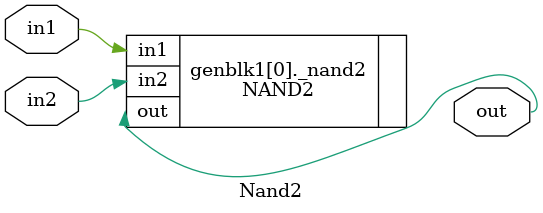
<source format=sv>
/* 2-input NAND gate.
 *
 *
 */
module Nand2  #(
    parameter WIDTH = 1
)(
    input  wire [WIDTH-1:0] in1,
    input  wire [WIDTH-1:0] in2,
    output wire [WIDTH-1:0] out
);

    genvar i;
    generate
    for (i = 0; i < WIDTH; i = i + 1) begin
        NAND2 _nand2(.in1(in1[i]), .in2(in2[i]), .out(out[i]));
    end
    endgenerate

endmodule

</source>
